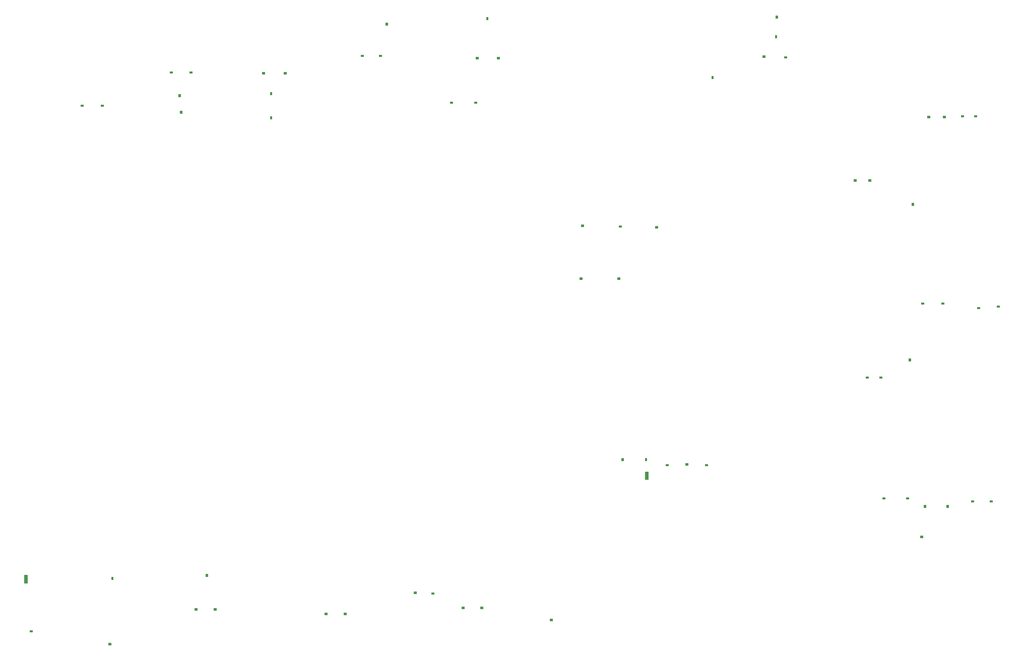
<source format=gbr>
%TF.GenerationSoftware,Altium Limited,Altium Designer,20.2.5 (213)*%
G04 Layer_Color=32768*
%FSLAX26Y26*%
%MOIN*%
%TF.SameCoordinates,9BAFD9CD-774C-4051-972E-F2DD54F50950*%
%TF.FilePolarity,Positive*%
%TF.FileFunction,Other,Mechanical_11*%
%TF.Part,Single*%
G01*
G75*
G36*
X994840Y1212130D02*
X975160D01*
Y1227870D01*
X994840D01*
Y1212130D01*
D02*
G37*
G36*
X1495160Y1142870D02*
X1514840D01*
Y1127130D01*
X1495160D01*
Y1142870D01*
D02*
G37*
G36*
X2065160Y1372870D02*
X2084840D01*
Y1357130D01*
X2065160D01*
Y1372870D01*
D02*
G37*
G36*
X2190160D02*
X2209840D01*
Y1357130D01*
X2190160D01*
Y1372870D01*
D02*
G37*
G36*
X938190Y1537440D02*
Y1592560D01*
X961810D01*
Y1537440D01*
X938190D01*
D02*
G37*
G36*
X1527870Y1579840D02*
Y1560160D01*
X1512130D01*
Y1579840D01*
X1527870D01*
D02*
G37*
G36*
X2152870Y1599840D02*
Y1580160D01*
X2137130D01*
Y1599840D01*
X2152870D01*
D02*
G37*
G36*
X2562130Y4610160D02*
Y4629840D01*
X2577870D01*
Y4610160D01*
X2562130D01*
D02*
G37*
G36*
X2925160Y1342870D02*
X2944840D01*
Y1327130D01*
X2925160D01*
Y1342870D01*
D02*
G37*
G36*
X3050160D02*
X3069840D01*
Y1327130D01*
X3050160D01*
Y1342870D01*
D02*
G37*
G36*
X3830160Y1382870D02*
X3849840D01*
Y1367130D01*
X3830160D01*
Y1382870D01*
D02*
G37*
G36*
X3955160D02*
X3974840D01*
Y1367130D01*
X3955160D01*
Y1382870D01*
D02*
G37*
G36*
X4434840Y1287130D02*
X4415160D01*
Y1302870D01*
X4434840D01*
Y1287130D01*
D02*
G37*
G36*
X3515160Y1482870D02*
X3534840D01*
Y1467130D01*
X3515160D01*
Y1482870D01*
D02*
G37*
G36*
X3630160Y1477870D02*
X3649840D01*
Y1462130D01*
X3630160D01*
Y1477870D01*
D02*
G37*
G36*
X4629840Y3547130D02*
X4610160D01*
Y3562870D01*
X4629840D01*
Y3547130D01*
D02*
G37*
G36*
X4639840Y3897130D02*
X4620160D01*
Y3912870D01*
X4639840D01*
Y3897130D01*
D02*
G37*
G36*
X1329840Y4692130D02*
X1310160D01*
Y4707870D01*
X1329840D01*
Y4692130D01*
D02*
G37*
G36*
X1464840D02*
X1445160D01*
Y4707870D01*
X1464840D01*
Y4692130D01*
D02*
G37*
G36*
X1900160Y4927870D02*
X1919840D01*
Y4912130D01*
X1900160D01*
Y4927870D01*
D02*
G37*
G36*
X1982870Y4664840D02*
Y4645160D01*
X1967130D01*
Y4664840D01*
X1982870D01*
D02*
G37*
G36*
X1957130Y4755160D02*
Y4774840D01*
X1972870D01*
Y4755160D01*
X1957130D01*
D02*
G37*
G36*
X2030160Y4927870D02*
X2049840D01*
Y4912130D01*
X2030160D01*
Y4927870D01*
D02*
G37*
G36*
X2510160Y4922870D02*
X2529840D01*
Y4907130D01*
X2510160D01*
Y4922870D01*
D02*
G37*
G36*
X2562130Y4770160D02*
Y4789840D01*
X2577870D01*
Y4770160D01*
X2562130D01*
D02*
G37*
G36*
X2655160Y4922870D02*
X2674840D01*
Y4907130D01*
X2655160D01*
Y4922870D01*
D02*
G37*
G36*
X3165160Y5037870D02*
X3184840D01*
Y5022130D01*
X3165160D01*
Y5037870D01*
D02*
G37*
G36*
X3285160D02*
X3304840D01*
Y5022130D01*
X3285160D01*
Y5037870D01*
D02*
G37*
G36*
X3755160Y4727870D02*
X3774840D01*
Y4712130D01*
X3755160D01*
Y4727870D01*
D02*
G37*
G36*
X3327130Y5230160D02*
Y5249840D01*
X3342870D01*
Y5230160D01*
X3327130D01*
D02*
G37*
G36*
X4007870Y5265160D02*
X3992130D01*
Y5284840D01*
X4007870D01*
Y5265160D01*
D02*
G37*
G36*
X4084840Y5007130D02*
X4065160D01*
Y5022870D01*
X4084840D01*
Y5007130D01*
D02*
G37*
G36*
X3944840D02*
X3925160D01*
Y5022870D01*
X3944840D01*
Y5007130D01*
D02*
G37*
G36*
X3934840Y4712130D02*
X3915160D01*
Y4727870D01*
X3934840D01*
Y4712130D01*
D02*
G37*
G36*
X4902870Y2364840D02*
Y2345160D01*
X4887130D01*
Y2364840D01*
X4902870D01*
D02*
G37*
G36*
X5042130Y2345160D02*
Y2364840D01*
X5057870D01*
Y2345160D01*
X5042130D01*
D02*
G37*
G36*
X5043190Y2222440D02*
Y2277560D01*
X5066810D01*
Y2222440D01*
X5043190D01*
D02*
G37*
G36*
X5199840Y2312130D02*
X5180160D01*
Y2327870D01*
X5199840D01*
Y2312130D01*
D02*
G37*
G36*
X5329840Y2317130D02*
X5310160D01*
Y2332870D01*
X5329840D01*
Y2317130D01*
D02*
G37*
G36*
X5459840Y2312130D02*
X5440160D01*
Y2327870D01*
X5459840D01*
Y2312130D01*
D02*
G37*
G36*
X6505160Y2907870D02*
X6524840D01*
Y2892130D01*
X6505160D01*
Y2907870D01*
D02*
G37*
G36*
X6634840Y2092130D02*
X6615160D01*
Y2107870D01*
X6634840D01*
Y2092130D01*
D02*
G37*
G36*
X6595160Y2907870D02*
X6614840D01*
Y2892130D01*
X6595160D01*
Y2907870D01*
D02*
G37*
G36*
X6884840Y1837130D02*
X6865160D01*
Y1852870D01*
X6884840D01*
Y1837130D01*
D02*
G37*
G36*
X6902870Y2054840D02*
Y2035160D01*
X6887130D01*
Y2054840D01*
X6902870D01*
D02*
G37*
G36*
X7052870D02*
Y2035160D01*
X7037130D01*
Y2054840D01*
X7052870D01*
D02*
G37*
G36*
X7219840Y2072130D02*
X7200160D01*
Y2087870D01*
X7219840D01*
Y2072130D01*
D02*
G37*
G36*
X7344840D02*
X7325160D01*
Y2087870D01*
X7344840D01*
Y2072130D01*
D02*
G37*
G36*
X6789840Y2092130D02*
X6770160D01*
Y2107870D01*
X6789840D01*
Y2092130D01*
D02*
G37*
G36*
X6802870Y3024840D02*
Y3005160D01*
X6787130D01*
Y3024840D01*
X6802870D01*
D02*
G37*
G36*
X7259840Y3352130D02*
X7240160D01*
Y3367870D01*
X7259840D01*
Y3352130D01*
D02*
G37*
G36*
X7389840Y3362130D02*
X7370160D01*
Y3377870D01*
X7389840D01*
Y3362130D01*
D02*
G37*
G36*
X4889840Y3892130D02*
X4870160D01*
Y3907870D01*
X4889840D01*
Y3892130D01*
D02*
G37*
G36*
X5129840Y3887130D02*
X5110160D01*
Y3902870D01*
X5129840D01*
Y3887130D01*
D02*
G37*
G36*
X4879840Y3547130D02*
X4860160D01*
Y3562870D01*
X4879840D01*
Y3547130D01*
D02*
G37*
G36*
X5482130Y4875160D02*
Y4894840D01*
X5497870D01*
Y4875160D01*
X5482130D01*
D02*
G37*
G36*
X6425160Y4212870D02*
X6444840D01*
Y4197130D01*
X6425160D01*
Y4212870D01*
D02*
G37*
G36*
X5839840Y5017130D02*
X5820160D01*
Y5032870D01*
X5839840D01*
Y5017130D01*
D02*
G37*
G36*
X5984840Y5012130D02*
X5965160D01*
Y5027870D01*
X5984840D01*
Y5012130D01*
D02*
G37*
G36*
X5917870Y5164840D02*
Y5145160D01*
X5902130D01*
Y5164840D01*
X5917870D01*
D02*
G37*
G36*
X5922870Y5294840D02*
Y5275160D01*
X5907130D01*
Y5294840D01*
X5922870D01*
D02*
G37*
G36*
X6889840Y3382130D02*
X6870160D01*
Y3397870D01*
X6889840D01*
Y3382130D01*
D02*
G37*
G36*
X7024840D02*
X7005160D01*
Y3397870D01*
X7024840D01*
Y3382130D01*
D02*
G37*
G36*
X6520160Y4212870D02*
X6539840D01*
Y4197130D01*
X6520160D01*
Y4212870D01*
D02*
G37*
G36*
X6822870Y4054840D02*
Y4035160D01*
X6807130D01*
Y4054840D01*
X6822870D01*
D02*
G37*
G36*
X6929840Y4617130D02*
X6910160D01*
Y4632870D01*
X6929840D01*
Y4617130D01*
D02*
G37*
G36*
X7034840D02*
X7015160D01*
Y4632870D01*
X7034840D01*
Y4617130D01*
D02*
G37*
G36*
X7154840Y4622130D02*
X7135160D01*
Y4637870D01*
X7154840D01*
Y4622130D01*
D02*
G37*
G36*
X7239840D02*
X7220160D01*
Y4637870D01*
X7239840D01*
Y4622130D01*
D02*
G37*
%TF.MD5,526392fe7e272e6731df7a55cb99fbb9*%
M02*

</source>
